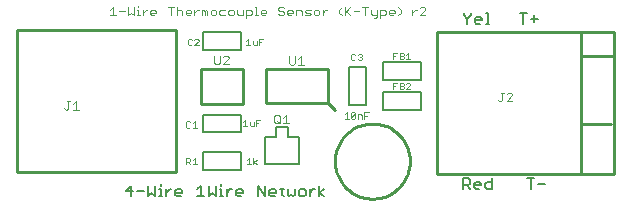
<source format=gto>
G75*
%MOIN*%
%OFA0B0*%
%FSLAX24Y24*%
%IPPOS*%
%LPD*%
%AMOC8*
5,1,8,0,0,1.08239X$1,22.5*
%
%ADD10C,0.0050*%
%ADD11C,0.0040*%
%ADD12C,0.0100*%
%ADD13C,0.0060*%
%ADD14C,0.0030*%
D10*
X003787Y000600D02*
X004021Y000600D01*
X004156Y000600D02*
X004389Y000600D01*
X004524Y000425D02*
X004641Y000542D01*
X004757Y000425D01*
X004757Y000775D01*
X004892Y000659D02*
X004951Y000659D01*
X004951Y000425D01*
X005009Y000425D02*
X004892Y000425D01*
X005138Y000425D02*
X005138Y000659D01*
X005254Y000659D02*
X005313Y000659D01*
X005254Y000659D02*
X005138Y000542D01*
X005445Y000542D02*
X005678Y000542D01*
X005678Y000600D01*
X005620Y000659D01*
X005503Y000659D01*
X005445Y000600D01*
X005445Y000483D01*
X005503Y000425D01*
X005620Y000425D01*
X006181Y000425D02*
X006415Y000425D01*
X006298Y000425D02*
X006298Y000775D01*
X006181Y000659D01*
X006550Y000775D02*
X006550Y000425D01*
X006666Y000542D01*
X006783Y000425D01*
X006783Y000775D01*
X006918Y000659D02*
X006976Y000659D01*
X006976Y000425D01*
X006918Y000425D02*
X007035Y000425D01*
X007163Y000425D02*
X007163Y000659D01*
X007280Y000659D02*
X007339Y000659D01*
X007280Y000659D02*
X007163Y000542D01*
X007470Y000542D02*
X007704Y000542D01*
X007704Y000600D01*
X007645Y000659D01*
X007529Y000659D01*
X007470Y000600D01*
X007470Y000483D01*
X007529Y000425D01*
X007645Y000425D01*
X008207Y000425D02*
X008207Y000775D01*
X008441Y000425D01*
X008441Y000775D01*
X008575Y000600D02*
X008634Y000659D01*
X008750Y000659D01*
X008809Y000600D01*
X008809Y000542D01*
X008575Y000542D01*
X008575Y000600D02*
X008575Y000483D01*
X008634Y000425D01*
X008750Y000425D01*
X009002Y000483D02*
X009060Y000425D01*
X009002Y000483D02*
X009002Y000717D01*
X008944Y000659D02*
X009060Y000659D01*
X009189Y000659D02*
X009189Y000483D01*
X009248Y000425D01*
X009306Y000483D01*
X009364Y000425D01*
X009423Y000483D01*
X009423Y000659D01*
X009557Y000600D02*
X009557Y000483D01*
X009616Y000425D01*
X009733Y000425D01*
X009791Y000483D01*
X009791Y000600D01*
X009733Y000659D01*
X009616Y000659D01*
X009557Y000600D01*
X009926Y000542D02*
X010043Y000659D01*
X010101Y000659D01*
X009926Y000659D02*
X009926Y000425D01*
X010233Y000425D02*
X010233Y000775D01*
X010408Y000659D02*
X010233Y000542D01*
X010408Y000425D01*
X006976Y000775D02*
X006976Y000834D01*
X004951Y000834D02*
X004951Y000775D01*
X004524Y000775D02*
X004524Y000425D01*
X003962Y000425D02*
X003962Y000775D01*
X003787Y000600D01*
X015037Y000675D02*
X015037Y001025D01*
X015212Y001025D01*
X015271Y000967D01*
X015271Y000850D01*
X015212Y000792D01*
X015037Y000792D01*
X015154Y000792D02*
X015271Y000675D01*
X015406Y000733D02*
X015406Y000850D01*
X015464Y000909D01*
X015581Y000909D01*
X015639Y000850D01*
X015639Y000792D01*
X015406Y000792D01*
X015406Y000733D02*
X015464Y000675D01*
X015581Y000675D01*
X015774Y000733D02*
X015774Y000850D01*
X015832Y000909D01*
X016007Y000909D01*
X016007Y001025D02*
X016007Y000675D01*
X015832Y000675D01*
X015774Y000733D01*
X017169Y001025D02*
X017402Y001025D01*
X017286Y001025D02*
X017286Y000675D01*
X017537Y000850D02*
X017771Y000850D01*
X017036Y006175D02*
X017036Y006525D01*
X017152Y006525D02*
X016919Y006525D01*
X017287Y006350D02*
X017521Y006350D01*
X017404Y006467D02*
X017404Y006233D01*
X015908Y006175D02*
X015792Y006175D01*
X015850Y006175D02*
X015850Y006525D01*
X015792Y006525D01*
X015657Y006350D02*
X015598Y006409D01*
X015482Y006409D01*
X015423Y006350D01*
X015423Y006233D01*
X015482Y006175D01*
X015598Y006175D01*
X015657Y006292D02*
X015423Y006292D01*
X015289Y006467D02*
X015172Y006350D01*
X015172Y006175D01*
X015657Y006292D02*
X015657Y006350D01*
X015289Y006467D02*
X015289Y006525D01*
X015172Y006350D02*
X015055Y006467D01*
X015055Y006525D01*
D11*
X013782Y006460D02*
X013595Y006460D01*
X013782Y006647D01*
X013782Y006694D01*
X013735Y006740D01*
X013642Y006740D01*
X013595Y006694D01*
X013490Y006647D02*
X013443Y006647D01*
X013349Y006553D01*
X013349Y006460D02*
X013349Y006647D01*
X012952Y006647D02*
X012952Y006553D01*
X012858Y006460D01*
X012704Y006460D02*
X012610Y006460D01*
X012564Y006507D01*
X012564Y006600D01*
X012610Y006647D01*
X012704Y006647D01*
X012751Y006600D01*
X012751Y006553D01*
X012564Y006553D01*
X012456Y006507D02*
X012409Y006460D01*
X012269Y006460D01*
X012269Y006367D02*
X012269Y006647D01*
X012409Y006647D01*
X012456Y006600D01*
X012456Y006507D01*
X012161Y006460D02*
X012021Y006460D01*
X011974Y006507D01*
X011974Y006647D01*
X011867Y006740D02*
X011680Y006740D01*
X011773Y006740D02*
X011773Y006460D01*
X012068Y006367D02*
X012115Y006367D01*
X012161Y006413D01*
X012161Y006647D01*
X011572Y006600D02*
X011385Y006600D01*
X011277Y006460D02*
X011137Y006600D01*
X011090Y006553D02*
X011277Y006740D01*
X011090Y006740D02*
X011090Y006460D01*
X010987Y006460D02*
X010894Y006553D01*
X010894Y006647D01*
X010987Y006740D01*
X010494Y006647D02*
X010447Y006647D01*
X010354Y006553D01*
X010354Y006460D02*
X010354Y006647D01*
X010246Y006600D02*
X010199Y006647D01*
X010106Y006647D01*
X010059Y006600D01*
X010059Y006507D01*
X010106Y006460D01*
X010199Y006460D01*
X010246Y006507D01*
X010246Y006600D01*
X009951Y006647D02*
X009811Y006647D01*
X009765Y006600D01*
X009811Y006553D01*
X009905Y006553D01*
X009951Y006507D01*
X009905Y006460D01*
X009765Y006460D01*
X009657Y006460D02*
X009657Y006600D01*
X009610Y006647D01*
X009470Y006647D01*
X009470Y006460D01*
X009315Y006460D02*
X009222Y006460D01*
X009175Y006507D01*
X009175Y006600D01*
X009222Y006647D01*
X009315Y006647D01*
X009362Y006600D01*
X009362Y006553D01*
X009175Y006553D01*
X009067Y006553D02*
X009067Y006507D01*
X009021Y006460D01*
X008927Y006460D01*
X008881Y006507D01*
X008927Y006600D02*
X009021Y006600D01*
X009067Y006553D01*
X008927Y006600D02*
X008881Y006647D01*
X008881Y006694D01*
X008927Y006740D01*
X009021Y006740D01*
X009067Y006694D01*
X008478Y006600D02*
X008478Y006553D01*
X008291Y006553D01*
X008291Y006507D02*
X008291Y006600D01*
X008338Y006647D01*
X008431Y006647D01*
X008478Y006600D01*
X008338Y006460D02*
X008291Y006507D01*
X008338Y006460D02*
X008431Y006460D01*
X008188Y006460D02*
X008095Y006460D01*
X008142Y006460D02*
X008142Y006740D01*
X008095Y006740D01*
X007987Y006600D02*
X007940Y006647D01*
X007800Y006647D01*
X007800Y006367D01*
X007800Y006460D02*
X007940Y006460D01*
X007987Y006507D01*
X007987Y006600D01*
X007692Y006647D02*
X007692Y006460D01*
X007552Y006460D01*
X007506Y006507D01*
X007506Y006647D01*
X007398Y006600D02*
X007351Y006647D01*
X007258Y006647D01*
X007211Y006600D01*
X007211Y006507D01*
X007258Y006460D01*
X007351Y006460D01*
X007398Y006507D01*
X007398Y006600D01*
X007103Y006647D02*
X006963Y006647D01*
X006916Y006600D01*
X006916Y006507D01*
X006963Y006460D01*
X007103Y006460D01*
X006808Y006507D02*
X006808Y006600D01*
X006762Y006647D01*
X006668Y006647D01*
X006622Y006600D01*
X006622Y006507D01*
X006668Y006460D01*
X006762Y006460D01*
X006808Y006507D01*
X006514Y006460D02*
X006514Y006600D01*
X006467Y006647D01*
X006420Y006600D01*
X006420Y006460D01*
X006327Y006460D02*
X006327Y006647D01*
X006374Y006647D01*
X006420Y006600D01*
X006222Y006647D02*
X006175Y006647D01*
X006081Y006553D01*
X006081Y006460D02*
X006081Y006647D01*
X005974Y006600D02*
X005974Y006553D01*
X005787Y006553D01*
X005787Y006507D02*
X005787Y006600D01*
X005833Y006647D01*
X005927Y006647D01*
X005974Y006600D01*
X005833Y006460D02*
X005787Y006507D01*
X005833Y006460D02*
X005927Y006460D01*
X005679Y006460D02*
X005679Y006600D01*
X005632Y006647D01*
X005539Y006647D01*
X005492Y006600D01*
X005492Y006740D02*
X005492Y006460D01*
X005291Y006460D02*
X005291Y006740D01*
X005384Y006740D02*
X005197Y006740D01*
X004795Y006600D02*
X004795Y006553D01*
X004608Y006553D01*
X004608Y006507D02*
X004608Y006600D01*
X004655Y006647D01*
X004748Y006647D01*
X004795Y006600D01*
X004655Y006460D02*
X004608Y006507D01*
X004655Y006460D02*
X004748Y006460D01*
X004456Y006647D02*
X004363Y006553D01*
X004363Y006460D02*
X004363Y006647D01*
X004456Y006647D02*
X004503Y006647D01*
X004213Y006647D02*
X004213Y006460D01*
X004166Y006460D02*
X004260Y006460D01*
X004058Y006460D02*
X004058Y006740D01*
X004166Y006647D02*
X004213Y006647D01*
X004213Y006740D02*
X004213Y006787D01*
X003872Y006740D02*
X003872Y006460D01*
X003965Y006553D01*
X004058Y006460D01*
X003764Y006600D02*
X003577Y006600D01*
X003376Y006740D02*
X003282Y006647D01*
X003376Y006740D02*
X003376Y006460D01*
X003469Y006460D02*
X003282Y006460D01*
X006738Y005115D02*
X006738Y004882D01*
X006784Y004835D01*
X006878Y004835D01*
X006924Y004882D01*
X006924Y005115D01*
X007032Y005069D02*
X007079Y005115D01*
X007172Y005115D01*
X007219Y005069D01*
X007219Y005022D01*
X007032Y004835D01*
X007219Y004835D01*
X009238Y004857D02*
X009284Y004810D01*
X009378Y004810D01*
X009424Y004857D01*
X009424Y005090D01*
X009532Y004997D02*
X009626Y005090D01*
X009626Y004810D01*
X009719Y004810D02*
X009532Y004810D01*
X009238Y004857D02*
X009238Y005090D01*
X012858Y006740D02*
X012952Y006647D01*
X016294Y003886D02*
X016387Y003886D01*
X016340Y003886D02*
X016340Y003652D01*
X016294Y003606D01*
X016247Y003606D01*
X016200Y003652D01*
X016495Y003606D02*
X016682Y003792D01*
X016682Y003839D01*
X016635Y003886D01*
X016542Y003886D01*
X016495Y003839D01*
X016495Y003606D02*
X016682Y003606D01*
X009219Y002860D02*
X009032Y002860D01*
X009126Y002860D02*
X009126Y003140D01*
X009032Y003047D01*
X008924Y003094D02*
X008924Y002907D01*
X008878Y002860D01*
X008784Y002860D01*
X008738Y002907D01*
X008738Y003094D01*
X008784Y003140D01*
X008878Y003140D01*
X008924Y003094D01*
X008831Y002953D02*
X008924Y002860D01*
X002219Y003316D02*
X002032Y003316D01*
X002126Y003316D02*
X002126Y003597D01*
X002032Y003503D01*
X001924Y003597D02*
X001831Y003597D01*
X001878Y003597D02*
X001878Y003363D01*
X001831Y003316D01*
X001784Y003316D01*
X001738Y003363D01*
D12*
X000150Y001238D02*
X000150Y005962D01*
X005465Y005962D01*
X005465Y001238D01*
X000150Y001238D01*
X006312Y003500D02*
X007712Y003500D01*
X007712Y004675D01*
X006312Y004675D01*
X006312Y004425D01*
X006312Y004375D01*
X006312Y003500D01*
X008467Y003530D02*
X008467Y004670D01*
X010532Y004670D01*
X010532Y003530D01*
X010522Y003530D01*
X010762Y003290D01*
X010522Y003530D02*
X008467Y003530D01*
X010762Y001600D02*
X010764Y001670D01*
X010770Y001740D01*
X010780Y001809D01*
X010793Y001878D01*
X010811Y001946D01*
X010832Y002013D01*
X010857Y002078D01*
X010886Y002142D01*
X010918Y002205D01*
X010954Y002265D01*
X010993Y002323D01*
X011035Y002379D01*
X011080Y002433D01*
X011128Y002484D01*
X011179Y002532D01*
X011233Y002577D01*
X011289Y002619D01*
X011347Y002658D01*
X011407Y002694D01*
X011470Y002726D01*
X011534Y002755D01*
X011599Y002780D01*
X011666Y002801D01*
X011734Y002819D01*
X011803Y002832D01*
X011872Y002842D01*
X011942Y002848D01*
X012012Y002850D01*
X012082Y002848D01*
X012152Y002842D01*
X012221Y002832D01*
X012290Y002819D01*
X012358Y002801D01*
X012425Y002780D01*
X012490Y002755D01*
X012554Y002726D01*
X012617Y002694D01*
X012677Y002658D01*
X012735Y002619D01*
X012791Y002577D01*
X012845Y002532D01*
X012896Y002484D01*
X012944Y002433D01*
X012989Y002379D01*
X013031Y002323D01*
X013070Y002265D01*
X013106Y002205D01*
X013138Y002142D01*
X013167Y002078D01*
X013192Y002013D01*
X013213Y001946D01*
X013231Y001878D01*
X013244Y001809D01*
X013254Y001740D01*
X013260Y001670D01*
X013262Y001600D01*
X013260Y001530D01*
X013254Y001460D01*
X013244Y001391D01*
X013231Y001322D01*
X013213Y001254D01*
X013192Y001187D01*
X013167Y001122D01*
X013138Y001058D01*
X013106Y000995D01*
X013070Y000935D01*
X013031Y000877D01*
X012989Y000821D01*
X012944Y000767D01*
X012896Y000716D01*
X012845Y000668D01*
X012791Y000623D01*
X012735Y000581D01*
X012677Y000542D01*
X012617Y000506D01*
X012554Y000474D01*
X012490Y000445D01*
X012425Y000420D01*
X012358Y000399D01*
X012290Y000381D01*
X012221Y000368D01*
X012152Y000358D01*
X012082Y000352D01*
X012012Y000350D01*
X011942Y000352D01*
X011872Y000358D01*
X011803Y000368D01*
X011734Y000381D01*
X011666Y000399D01*
X011599Y000420D01*
X011534Y000445D01*
X011470Y000474D01*
X011407Y000506D01*
X011347Y000542D01*
X011289Y000581D01*
X011233Y000623D01*
X011179Y000668D01*
X011128Y000716D01*
X011080Y000767D01*
X011035Y000821D01*
X010993Y000877D01*
X010954Y000935D01*
X010918Y000995D01*
X010886Y001058D01*
X010857Y001122D01*
X010832Y001187D01*
X010811Y001254D01*
X010793Y001322D01*
X010780Y001391D01*
X010770Y001460D01*
X010764Y001530D01*
X010762Y001600D01*
X014150Y001177D02*
X014150Y005901D01*
X018973Y005901D01*
X018973Y005114D01*
X020056Y005114D01*
X020056Y001177D01*
X018973Y001177D01*
X018973Y002850D01*
X019957Y002850D01*
X018973Y002850D02*
X018973Y005114D01*
X020056Y005114D02*
X020056Y005901D01*
X018973Y005901D01*
X018973Y001177D02*
X014150Y001177D01*
D13*
X009582Y001500D02*
X008442Y001500D01*
X008442Y002400D01*
X008812Y002400D01*
X008812Y002750D01*
X009212Y002750D01*
X009212Y002400D01*
X009582Y002400D01*
X009582Y001500D01*
X007642Y001310D02*
X006382Y001310D01*
X006382Y001890D01*
X007642Y001890D01*
X007642Y001310D01*
X007642Y002560D02*
X006382Y002560D01*
X006382Y003140D01*
X007642Y003140D01*
X007642Y002560D01*
X011222Y003470D02*
X011222Y004730D01*
X011802Y004730D01*
X011802Y003470D01*
X011222Y003470D01*
X012382Y003310D02*
X012382Y003890D01*
X013642Y003890D01*
X013642Y003310D01*
X012382Y003310D01*
X012382Y004310D02*
X013642Y004310D01*
X013642Y004890D01*
X012382Y004890D01*
X012382Y004310D01*
X007642Y005310D02*
X007642Y005890D01*
X006382Y005890D01*
X006382Y005310D01*
X007642Y005310D01*
D14*
X007796Y005465D02*
X007936Y005465D01*
X007866Y005465D02*
X007866Y005675D01*
X007796Y005605D01*
X008017Y005605D02*
X008017Y005500D01*
X008052Y005465D01*
X008157Y005465D01*
X008157Y005605D01*
X008238Y005570D02*
X008308Y005570D01*
X008238Y005675D02*
X008378Y005675D01*
X008238Y005675D02*
X008238Y005465D01*
X006217Y005465D02*
X006077Y005465D01*
X006217Y005605D01*
X006217Y005640D01*
X006182Y005675D01*
X006112Y005675D01*
X006077Y005640D01*
X005996Y005640D02*
X005961Y005675D01*
X005891Y005675D01*
X005856Y005640D01*
X005856Y005500D01*
X005891Y005465D01*
X005961Y005465D01*
X005996Y005500D01*
X011306Y005140D02*
X011306Y005000D01*
X011341Y004965D01*
X011411Y004965D01*
X011446Y005000D01*
X011527Y005000D02*
X011562Y004965D01*
X011632Y004965D01*
X011667Y005000D01*
X011667Y005035D01*
X011632Y005070D01*
X011597Y005070D01*
X011632Y005070D02*
X011667Y005105D01*
X011667Y005140D01*
X011632Y005175D01*
X011562Y005175D01*
X011527Y005140D01*
X011446Y005140D02*
X011411Y005175D01*
X011341Y005175D01*
X011306Y005140D01*
X012696Y005100D02*
X012766Y005100D01*
X012696Y004995D02*
X012696Y005205D01*
X012836Y005205D01*
X012917Y005205D02*
X013022Y005205D01*
X013057Y005170D01*
X013057Y005135D01*
X013022Y005100D01*
X012917Y005100D01*
X013022Y005100D02*
X013057Y005065D01*
X013057Y005030D01*
X013022Y004995D01*
X012917Y004995D01*
X012917Y005205D01*
X013138Y005135D02*
X013208Y005205D01*
X013208Y004995D01*
X013138Y004995D02*
X013278Y004995D01*
X013243Y004205D02*
X013173Y004205D01*
X013138Y004170D01*
X013057Y004170D02*
X013022Y004205D01*
X012917Y004205D01*
X012917Y003995D01*
X013022Y003995D01*
X013057Y004030D01*
X013057Y004065D01*
X013022Y004100D01*
X012917Y004100D01*
X013022Y004100D02*
X013057Y004135D01*
X013057Y004170D01*
X013243Y004205D02*
X013278Y004170D01*
X013278Y004135D01*
X013138Y003995D01*
X013278Y003995D01*
X012766Y004100D02*
X012696Y004100D01*
X012696Y003995D02*
X012696Y004205D01*
X012836Y004205D01*
X011888Y003225D02*
X011748Y003225D01*
X011748Y003015D01*
X011667Y003015D02*
X011667Y003120D01*
X011632Y003155D01*
X011527Y003155D01*
X011527Y003015D01*
X011446Y003050D02*
X011411Y003015D01*
X011341Y003015D01*
X011306Y003050D01*
X011446Y003190D01*
X011446Y003050D01*
X011306Y003050D02*
X011306Y003190D01*
X011341Y003225D01*
X011411Y003225D01*
X011446Y003190D01*
X011155Y003225D02*
X011155Y003015D01*
X011085Y003015D02*
X011225Y003015D01*
X011085Y003155D02*
X011155Y003225D01*
X011748Y003120D02*
X011818Y003120D01*
X008278Y002975D02*
X008138Y002975D01*
X008138Y002765D01*
X008057Y002765D02*
X008057Y002905D01*
X008138Y002870D02*
X008208Y002870D01*
X008057Y002765D02*
X007952Y002765D01*
X007917Y002800D01*
X007917Y002905D01*
X007766Y002975D02*
X007766Y002765D01*
X007696Y002765D02*
X007836Y002765D01*
X007696Y002905D02*
X007766Y002975D01*
X006167Y002715D02*
X006027Y002715D01*
X006097Y002715D02*
X006097Y002925D01*
X006027Y002855D01*
X005946Y002890D02*
X005911Y002925D01*
X005841Y002925D01*
X005806Y002890D01*
X005806Y002750D01*
X005841Y002715D01*
X005911Y002715D01*
X005946Y002750D01*
X005911Y001705D02*
X005806Y001705D01*
X005806Y001495D01*
X005806Y001565D02*
X005911Y001565D01*
X005946Y001600D01*
X005946Y001670D01*
X005911Y001705D01*
X006027Y001635D02*
X006097Y001705D01*
X006097Y001495D01*
X006027Y001495D02*
X006167Y001495D01*
X005946Y001495D02*
X005876Y001565D01*
X007825Y001495D02*
X007965Y001495D01*
X007895Y001495D02*
X007895Y001705D01*
X007825Y001635D01*
X008046Y001565D02*
X008151Y001635D01*
X008046Y001565D02*
X008151Y001495D01*
X008046Y001495D02*
X008046Y001705D01*
M02*

</source>
